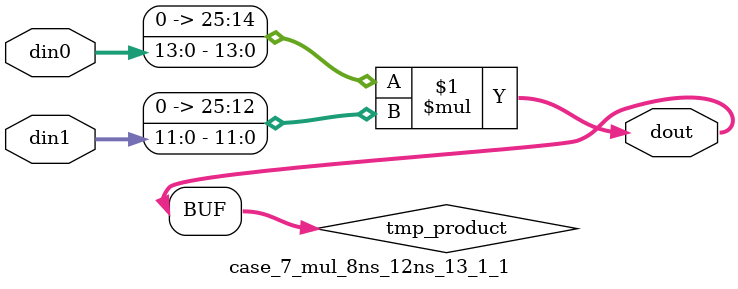
<source format=v>

`timescale 1 ns / 1 ps

 (* use_dsp = "no" *)  module case_7_mul_8ns_12ns_13_1_1(din0, din1, dout);
parameter ID = 1;
parameter NUM_STAGE = 0;
parameter din0_WIDTH = 14;
parameter din1_WIDTH = 12;
parameter dout_WIDTH = 26;

input [din0_WIDTH - 1 : 0] din0; 
input [din1_WIDTH - 1 : 0] din1; 
output [dout_WIDTH - 1 : 0] dout;

wire signed [dout_WIDTH - 1 : 0] tmp_product;
























assign tmp_product = $signed({1'b0, din0}) * $signed({1'b0, din1});











assign dout = tmp_product;





















endmodule

</source>
